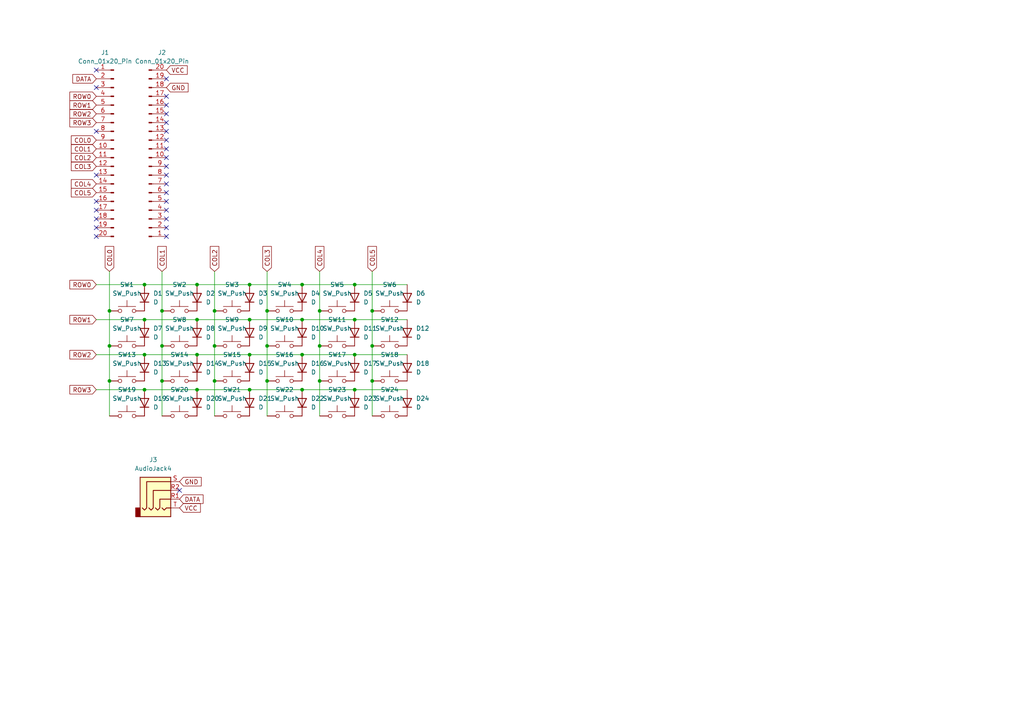
<source format=kicad_sch>
(kicad_sch (version 20230121) (generator eeschema)
  (paper "A4")
  (lib_symbols
    (symbol "Connector:Conn_01x20_Pin" (pin_names (offset 1.016) hide)
      (property "Reference" "J" (at 0 25.4 0))
      (property "Value" "Conn_01x20_Pin" (at 0 -27.94 0))
      (symbol "Conn_01x20_Pin_1_1"
        (polyline (pts (xy 1.27 -25.4) (xy 0.8636 -25.4)) (stroke (width 0.1524)))
        (polyline (pts (xy 1.27 -22.86) (xy 0.8636 -22.86)) (stroke (width 0.1524)))
        (polyline (pts (xy 1.27 -20.32) (xy 0.8636 -20.32)) (stroke (width 0.1524)))
        (polyline (pts (xy 1.27 -17.78) (xy 0.8636 -17.78)) (stroke (width 0.1524)))
        (polyline (pts (xy 1.27 -15.24) (xy 0.8636 -15.24)) (stroke (width 0.1524)))
        (polyline (pts (xy 1.27 -12.7) (xy 0.8636 -12.7)) (stroke (width 0.1524)))
        (polyline (pts (xy 1.27 -10.16) (xy 0.8636 -10.16)) (stroke (width 0.1524)))
        (polyline (pts (xy 1.27 -7.62) (xy 0.8636 -7.62)) (stroke (width 0.1524)))
        (polyline (pts (xy 1.27 -5.08) (xy 0.8636 -5.08)) (stroke (width 0.1524)))
        (polyline (pts (xy 1.27 -2.54) (xy 0.8636 -2.54)) (stroke (width 0.1524)))
        (polyline (pts (xy 1.27 0) (xy 0.8636 0)) (stroke (width 0.1524)))
        (polyline (pts (xy 1.27 2.54) (xy 0.8636 2.54)) (stroke (width 0.1524)))
        (polyline (pts (xy 1.27 5.08) (xy 0.8636 5.08)) (stroke (width 0.1524)))
        (polyline (pts (xy 1.27 7.62) (xy 0.8636 7.62)) (stroke (width 0.1524)))
        (polyline (pts (xy 1.27 10.16) (xy 0.8636 10.16)) (stroke (width 0.1524)))
        (polyline (pts (xy 1.27 12.7) (xy 0.8636 12.7)) (stroke (width 0.1524)))
        (polyline (pts (xy 1.27 15.24) (xy 0.8636 15.24)) (stroke (width 0.1524)))
        (polyline (pts (xy 1.27 17.78) (xy 0.8636 17.78)) (stroke (width 0.1524)))
        (polyline (pts (xy 1.27 20.32) (xy 0.8636 20.32)) (stroke (width 0.1524)))
        (polyline (pts (xy 1.27 22.86) (xy 0.8636 22.86)) (stroke (width 0.1524)))
        (rectangle (start 0.8636 -25.273) (end 0 -25.527) (stroke (width 0.1524)) (fill (type outline)))
        (rectangle (start 0.8636 -22.733) (end 0 -22.987) (stroke (width 0.1524)) (fill (type outline)))
        (rectangle (start 0.8636 -20.193) (end 0 -20.447) (stroke (width 0.1524)) (fill (type outline)))
        (rectangle (start 0.8636 -17.653) (end 0 -17.907) (stroke (width 0.1524)) (fill (type outline)))
        (rectangle (start 0.8636 -15.113) (end 0 -15.367) (stroke (width 0.1524)) (fill (type outline)))
        (rectangle (start 0.8636 -12.573) (end 0 -12.827) (stroke (width 0.1524)) (fill (type outline)))
        (rectangle (start 0.8636 -10.033) (end 0 -10.287) (stroke (width 0.1524)) (fill (type outline)))
        (rectangle (start 0.8636 -7.493) (end 0 -7.747) (stroke (width 0.1524)) (fill (type outline)))
        (rectangle (start 0.8636 -4.953) (end 0 -5.207) (stroke (width 0.1524)) (fill (type outline)))
        (rectangle (start 0.8636 -2.413) (end 0 -2.667) (stroke (width 0.1524)) (fill (type outline)))
        (rectangle (start 0.8636 0.127) (end 0 -0.127) (stroke (width 0.1524)) (fill (type outline)))
        (rectangle (start 0.8636 2.667) (end 0 2.413) (stroke (width 0.1524)) (fill (type outline)))
        (rectangle (start 0.8636 5.207) (end 0 4.953) (stroke (width 0.1524)) (fill (type outline)))
        (rectangle (start 0.8636 7.747) (end 0 7.493) (stroke (width 0.1524)) (fill (type outline)))
        (rectangle (start 0.8636 10.287) (end 0 10.033) (stroke (width 0.1524)) (fill (type outline)))
        (rectangle (start 0.8636 12.827) (end 0 12.573) (stroke (width 0.1524)) (fill (type outline)))
        (rectangle (start 0.8636 15.367) (end 0 15.113) (stroke (width 0.1524)) (fill (type outline)))
        (rectangle (start 0.8636 17.907) (end 0 17.653) (stroke (width 0.1524)) (fill (type outline)))
        (rectangle (start 0.8636 20.447) (end 0 20.193) (stroke (width 0.1524)) (fill (type outline)))
        (rectangle (start 0.8636 22.987) (end 0 22.733) (stroke (width 0.1524)) (fill (type outline)))
        (pin passive line (at 5.08 22.86 180) (length 3.81) (name "Pin_1") (number "1"))
        (pin passive line (at 5.08 0 180) (length 3.81) (name "Pin_10") (number "10"))
        (pin passive line (at 5.08 -2.54 180) (length 3.81) (name "Pin_11") (number "11"))
        (pin passive line (at 5.08 -5.08 180) (length 3.81) (name "Pin_12") (number "12"))
        (pin passive line (at 5.08 -7.62 180) (length 3.81) (name "Pin_13") (number "13"))
        (pin passive line (at 5.08 -10.16 180) (length 3.81) (name "Pin_14") (number "14"))
        (pin passive line (at 5.08 -12.7 180) (length 3.81) (name "Pin_15") (number "15"))
        (pin passive line (at 5.08 -15.24 180) (length 3.81) (name "Pin_16") (number "16"))
        (pin passive line (at 5.08 -17.78 180) (length 3.81) (name "Pin_17") (number "17"))
        (pin passive line (at 5.08 -20.32 180) (length 3.81) (name "Pin_18") (number "18"))
        (pin passive line (at 5.08 -22.86 180) (length 3.81) (name "Pin_19") (number "19"))
        (pin passive line (at 5.08 20.32 180) (length 3.81) (name "Pin_2") (number "2"))
        (pin passive line (at 5.08 -25.4 180) (length 3.81) (name "Pin_20") (number "20"))
        (pin passive line (at 5.08 17.78 180) (length 3.81) (name "Pin_3") (number "3"))
        (pin passive line (at 5.08 15.24 180) (length 3.81) (name "Pin_4") (number "4"))
        (pin passive line (at 5.08 12.7 180) (length 3.81) (name "Pin_5") (number "5"))
        (pin passive line (at 5.08 10.16 180) (length 3.81) (name "Pin_6") (number "6"))
        (pin passive line (at 5.08 7.62 180) (length 3.81) (name "Pin_7") (number "7"))
        (pin passive line (at 5.08 5.08 180) (length 3.81) (name "Pin_8") (number "8"))
        (pin passive line (at 5.08 2.54 180) (length 3.81) (name "Pin_9") (number "9"))
      )
    )
    (symbol "Connector_Audio:AudioJack4"
      (property "Reference" "J" (at 0 8.89 0))
      (property "Value" "AudioJack4" (at 0 6.35 0))
      (symbol "AudioJack4_0_1"
        (rectangle (start -6.35 -5.08) (end -7.62 -7.62) (stroke (width 0.254)) (fill (type outline)))
        (polyline (pts (xy 0 -5.08) (xy 0.635 -5.715) (xy 1.27 -5.08) (xy 2.54 -5.08)) (stroke (width 0.254)))
        (polyline (pts (xy -5.715 -5.08) (xy -5.08 -5.715) (xy -4.445 -5.08) (xy -4.445 2.54) (xy 2.54 2.54)) (stroke (width 0.254)))
        (polyline (pts (xy -1.905 -5.08) (xy -1.27 -5.715) (xy -0.635 -5.08) (xy -0.635 -2.54) (xy 2.54 -2.54)) (stroke (width 0.254)))
        (polyline (pts (xy 2.54 0) (xy -2.54 0) (xy -2.54 -5.08) (xy -3.175 -5.715) (xy -3.81 -5.08)) (stroke (width 0.254)))
        (rectangle (start 2.54 3.81) (end -6.35 -7.62) (stroke (width 0.254)) (fill (type background)))
      )
      (symbol "AudioJack4_1_1"
        (pin passive line (at 5.08 -2.54 180) (length 2.54) (name "~") (number "R1"))
        (pin passive line (at 5.08 0 180) (length 2.54) (name "~") (number "R2"))
        (pin passive line (at 5.08 2.54 180) (length 2.54) (name "~") (number "S"))
        (pin passive line (at 5.08 -5.08 180) (length 2.54) (name "~") (number "T"))
      )
    )
    (symbol "Device:D" (pin_numbers hide) (pin_names (offset 1.016) hide)
      (property "Reference" "D" (at 0 2.54 0))
      (property "Value" "D" (at 0 -2.54 0))
      (symbol "D_0_1"
        (polyline (pts (xy -1.27 1.27) (xy -1.27 -1.27)) (stroke (width 0.254)))
        (polyline (pts (xy 1.27 0) (xy -1.27 0)))
        (polyline (pts (xy 1.27 1.27) (xy 1.27 -1.27) (xy -1.27 0) (xy 1.27 1.27)) (stroke (width 0.254)))
      )
      (symbol "D_1_1"
        (pin passive line (at -3.81 0 0) (length 2.54) (name "K") (number "1"))
        (pin passive line (at 3.81 0 180) (length 2.54) (name "A") (number "2"))
      )
    )
    (symbol "Switch:SW_Push" (pin_numbers hide) (pin_names (offset 1.016) hide)
      (property "Reference" "SW" (at 1.27 2.54 0))
      (property "Value" "SW_Push" (at 0 -1.524 0))
      (symbol "SW_Push_0_1"
        (circle (center -2.032 0) (radius 0.508))
        (polyline (pts (xy 0 1.27) (xy 0 3.048)))
        (polyline (pts (xy 2.54 1.27) (xy -2.54 1.27)))
        (circle (center 2.032 0) (radius 0.508))
        (pin passive line (at -5.08 0 0) (length 2.54) (name "1") (number "1"))
        (pin passive line (at 5.08 0 180) (length 2.54) (name "2") (number "2"))
      )
    )
  )
  (junction (at 77.47 100.33))
  (junction (at 31.75 110.49))
  (junction (at 57.15 102.87))
  (junction (at 92.71 100.33))
  (junction (at 92.71 110.49))
  (junction (at 102.87 102.87))
  (junction (at 77.47 110.49))
  (junction (at 46.99 90.17))
  (junction (at 62.23 100.33))
  (junction (at 102.87 82.55))
  (junction (at 41.91 102.87))
  (junction (at 62.23 110.49))
  (junction (at 72.39 92.71))
  (junction (at 107.95 90.17))
  (junction (at 77.47 90.17))
  (junction (at 41.91 113.03))
  (junction (at 41.91 92.71))
  (junction (at 72.39 82.55))
  (junction (at 87.63 82.55))
  (junction (at 102.87 92.71))
  (junction (at 92.71 90.17))
  (junction (at 46.99 110.49))
  (junction (at 87.63 113.03))
  (junction (at 31.75 90.17))
  (junction (at 62.23 90.17))
  (junction (at 46.99 100.33))
  (junction (at 107.95 110.49))
  (junction (at 57.15 113.03))
  (junction (at 102.87 113.03))
  (junction (at 72.39 102.87))
  (junction (at 41.91 82.55))
  (junction (at 57.15 82.55))
  (junction (at 31.75 100.33))
  (junction (at 107.95 100.33))
  (junction (at 57.15 92.71))
  (junction (at 87.63 102.87))
  (junction (at 72.39 113.03))
  (junction (at 87.63 92.71))
  (no_connect (at 48.26 22.86))
  (no_connect (at 27.94 50.8))
  (no_connect (at 48.26 27.94))
  (no_connect (at 48.26 58.42))
  (no_connect (at 27.94 63.5))
  (no_connect (at 48.26 55.88))
  (no_connect (at 27.94 68.58))
  (no_connect (at 48.26 63.5))
  (no_connect (at 27.94 58.42))
  (no_connect (at 48.26 53.34))
  (no_connect (at 48.26 38.1))
  (no_connect (at 48.26 45.72))
  (no_connect (at 48.26 33.02))
  (no_connect (at 27.94 66.04))
  (no_connect (at 48.26 48.26))
  (no_connect (at 48.26 60.96))
  (no_connect (at 48.26 35.56))
  (no_connect (at 52.07 142.24))
  (no_connect (at 48.26 43.18))
  (no_connect (at 27.94 38.1))
  (no_connect (at 27.94 60.96))
  (no_connect (at 48.26 66.04))
  (no_connect (at 48.26 40.64))
  (no_connect (at 48.26 30.48))
  (no_connect (at 48.26 50.8))
  (no_connect (at 48.26 68.58))
  (no_connect (at 27.94 20.32))
  (no_connect (at 27.94 25.4))
  (wire (pts (xy 92.71 90.17) (xy 92.71 100.33)))
  (wire (pts (xy 92.71 110.49) (xy 92.71 120.65)))
  (wire (pts (xy 87.63 82.55) (xy 102.87 82.55)))
  (wire (pts (xy 57.15 82.55) (xy 72.39 82.55)))
  (wire (pts (xy 102.87 92.71) (xy 118.11 92.71)))
  (wire (pts (xy 72.39 92.71) (xy 87.63 92.71)))
  (wire (pts (xy 41.91 102.87) (xy 57.15 102.87)))
  (wire (pts (xy 87.63 92.71) (xy 102.87 92.71)))
  (wire (pts (xy 77.47 100.33) (xy 77.47 110.49)))
  (wire (pts (xy 72.39 113.03) (xy 87.63 113.03)))
  (wire (pts (xy 87.63 113.03) (xy 102.87 113.03)))
  (wire (pts (xy 57.15 113.03) (xy 72.39 113.03)))
  (wire (pts (xy 31.75 100.33) (xy 31.75 110.49)))
  (wire (pts (xy 31.75 90.17) (xy 31.75 100.33)))
  (wire (pts (xy 62.23 110.49) (xy 62.23 120.65)))
  (wire (pts (xy 31.75 110.49) (xy 31.75 120.65)))
  (wire (pts (xy 41.91 82.55) (xy 57.15 82.55)))
  (wire (pts (xy 46.99 78.74) (xy 46.99 90.17)))
  (wire (pts (xy 102.87 82.55) (xy 118.11 82.55)))
  (wire (pts (xy 41.91 92.71) (xy 57.15 92.71)))
  (wire (pts (xy 27.94 92.71) (xy 41.91 92.71)))
  (wire (pts (xy 62.23 100.33) (xy 62.23 110.49)))
  (wire (pts (xy 57.15 92.71) (xy 72.39 92.71)))
  (wire (pts (xy 92.71 78.74) (xy 92.71 90.17)))
  (wire (pts (xy 27.94 82.55) (xy 41.91 82.55)))
  (wire (pts (xy 77.47 110.49) (xy 77.47 120.65)))
  (wire (pts (xy 77.47 90.17) (xy 77.47 100.33)))
  (wire (pts (xy 102.87 113.03) (xy 118.11 113.03)))
  (wire (pts (xy 62.23 78.74) (xy 62.23 90.17)))
  (wire (pts (xy 41.91 113.03) (xy 57.15 113.03)))
  (wire (pts (xy 107.95 110.49) (xy 107.95 120.65)))
  (wire (pts (xy 107.95 100.33) (xy 107.95 110.49)))
  (wire (pts (xy 57.15 102.87) (xy 72.39 102.87)))
  (wire (pts (xy 92.71 100.33) (xy 92.71 110.49)))
  (wire (pts (xy 46.99 100.33) (xy 46.99 110.49)))
  (wire (pts (xy 27.94 102.87) (xy 41.91 102.87)))
  (wire (pts (xy 27.94 113.03) (xy 41.91 113.03)))
  (wire (pts (xy 107.95 78.74) (xy 107.95 90.17)))
  (wire (pts (xy 72.39 82.55) (xy 87.63 82.55)))
  (wire (pts (xy 107.95 90.17) (xy 107.95 100.33)))
  (wire (pts (xy 31.75 78.74) (xy 31.75 90.17)))
  (wire (pts (xy 102.87 102.87) (xy 118.11 102.87)))
  (wire (pts (xy 46.99 110.49) (xy 46.99 120.65)))
  (wire (pts (xy 62.23 90.17) (xy 62.23 100.33)))
  (wire (pts (xy 46.99 90.17) (xy 46.99 100.33)))
  (wire (pts (xy 87.63 102.87) (xy 102.87 102.87)))
  (wire (pts (xy 77.47 78.74) (xy 77.47 90.17)))
  (wire (pts (xy 72.39 102.87) (xy 87.63 102.87)))
  (global_label "COL0" (shape input) (at 27.94 40.64 180) (property "Intersheetrefs" "${INTERSHEET_REFS}" (effects hide)))
  (global_label "COL2" (shape input) (at 27.94 45.72 180) (property "Intersheetrefs" "${INTERSHEET_REFS}" (effects hide)))
  (global_label "DATA" (shape input) (at 27.94 22.86 180) (property "Intersheetrefs" "${INTERSHEET_REFS}" (effects hide)))
  (global_label "COL3" (shape input) (at 27.94 48.26 180) (property "Intersheetrefs" "${INTERSHEET_REFS}" (effects hide)))
  (global_label "ROW0" (shape input) (at 27.94 82.55 180) (property "Intersheetrefs" "${INTERSHEET_REFS}" (effects hide)))
  (global_label "ROW1" (shape input) (at 27.94 92.71 180) (property "Intersheetrefs" "${INTERSHEET_REFS}" (effects hide)))
  (global_label "GND" (shape input) (at 52.07 139.7 0) (property "Intersheetrefs" "${INTERSHEET_REFS}" (effects hide)))
  (global_label "VCC" (shape input) (at 48.26 20.32 0) (property "Intersheetrefs" "${INTERSHEET_REFS}" (effects hide)))
  (global_label "DATA" (shape input) (at 52.07 144.78 0) (property "Intersheetrefs" "${INTERSHEET_REFS}" (effects hide)))
  (global_label "COL4" (shape input) (at 27.94 53.34 180) (property "Intersheetrefs" "${INTERSHEET_REFS}" (effects hide)))
  (global_label "ROW0" (shape input) (at 27.94 27.94 180) (property "Intersheetrefs" "${INTERSHEET_REFS}" (effects hide)))
  (global_label "ROW3" (shape input) (at 27.94 113.03 180) (property "Intersheetrefs" "${INTERSHEET_REFS}" (effects hide)))
  (global_label "COL1" (shape input) (at 46.99 78.74 90) (property "Intersheetrefs" "${INTERSHEET_REFS}" (effects hide)))
  (global_label "ROW1" (shape input) (at 27.94 30.48 180) (property "Intersheetrefs" "${INTERSHEET_REFS}" (effects hide)))
  (global_label "GND" (shape input) (at 48.26 25.4 0) (property "Intersheetrefs" "${INTERSHEET_REFS}" (effects hide)))
  (global_label "COL5" (shape input) (at 107.95 78.74 90) (property "Intersheetrefs" "${INTERSHEET_REFS}" (effects hide)))
  (global_label "ROW2" (shape input) (at 27.94 33.02 180) (property "Intersheetrefs" "${INTERSHEET_REFS}" (effects hide)))
  (global_label "COL5" (shape input) (at 27.94 55.88 180) (property "Intersheetrefs" "${INTERSHEET_REFS}" (effects hide)))
  (global_label "COL0" (shape input) (at 31.75 78.74 90) (property "Intersheetrefs" "${INTERSHEET_REFS}" (effects hide)))
  (global_label "VCC" (shape input) (at 52.07 147.32 0) (property "Intersheetrefs" "${INTERSHEET_REFS}" (effects hide)))
  (global_label "COL4" (shape input) (at 92.71 78.74 90) (property "Intersheetrefs" "${INTERSHEET_REFS}" (effects hide)))
  (global_label "ROW2" (shape input) (at 27.94 102.87 180) (property "Intersheetrefs" "${INTERSHEET_REFS}" (effects hide)))
  (global_label "COL1" (shape input) (at 27.94 43.18 180) (property "Intersheetrefs" "${INTERSHEET_REFS}" (effects hide)))
  (global_label "COL3" (shape input) (at 77.47 78.74 90) (property "Intersheetrefs" "${INTERSHEET_REFS}" (effects hide)))
  (global_label "ROW3" (shape input) (at 27.94 35.56 180) (property "Intersheetrefs" "${INTERSHEET_REFS}" (effects hide)))
  (global_label "COL2" (shape input) (at 62.23 78.74 90) (property "Intersheetrefs" "${INTERSHEET_REFS}" (effects hide)))
  (symbol (lib_id "Switch:SW_Push") (at 36.83 110.49 0) (unit 1)
    (property "Reference" "SW13" (at 36.83 102.87 0))
    (property "Value" "SW_Push" (at 36.83 105.41 0))
    (property "Footprint" "Button_Switch_Keyboard:SW_Cherry_MX_1.00u_PCB" (effects hide))
  )
  (symbol (lib_id "Device:D") (at 87.63 86.36 90) (unit 1)
    (property "Reference" "D4" (at 90.17 85.09 90) (effects (justify right)))
    (property "Value" "D" (at 90.17 87.63 90) (effects (justify right)))
    (property "Footprint" "Diode_THT:D_DO-34_SOD68_P7.62mm_Horizontal" (effects hide))
    (property "Sim.Device" "D" (effects hide))
    (property "Sim.Pins" "1=K 2=A" (effects hide))
  )
  (symbol (lib_id "Switch:SW_Push") (at 113.03 100.33 0) (unit 1)
    (property "Reference" "SW12" (at 113.03 92.71 0))
    (property "Value" "SW_Push" (at 113.03 95.25 0))
    (property "Footprint" "Button_Switch_Keyboard:SW_Cherry_MX_1.00u_PCB" (effects hide))
  )
  (symbol (lib_id "Device:D") (at 118.11 106.68 90) (unit 1)
    (property "Reference" "D18" (at 120.65 105.41 90) (effects (justify right)))
    (property "Value" "D" (at 120.65 107.95 90) (effects (justify right)))
    (property "Footprint" "Diode_THT:D_DO-34_SOD68_P7.62mm_Horizontal" (effects hide))
    (property "Sim.Device" "D" (effects hide))
    (property "Sim.Pins" "1=K 2=A" (effects hide))
  )
  (symbol (lib_id "Switch:SW_Push") (at 113.03 120.65 0) (unit 1)
    (property "Reference" "SW24" (at 113.03 113.03 0))
    (property "Value" "SW_Push" (at 113.03 115.57 0))
    (property "Footprint" "Button_Switch_Keyboard:SW_Cherry_MX_1.00u_PCB" (effects hide))
  )
  (symbol (lib_id "Switch:SW_Push") (at 36.83 120.65 0) (unit 1)
    (property "Reference" "SW19" (at 36.83 113.03 0))
    (property "Value" "SW_Push" (at 36.83 115.57 0))
    (property "Footprint" "Button_Switch_Keyboard:SW_Cherry_MX_1.00u_PCB" (effects hide))
  )
  (symbol (lib_id "Switch:SW_Push") (at 52.07 100.33 0) (unit 1)
    (property "Reference" "SW8" (at 52.07 92.71 0))
    (property "Value" "SW_Push" (at 52.07 95.25 0))
    (property "Footprint" "Button_Switch_Keyboard:SW_Cherry_MX_1.00u_PCB" (effects hide))
  )
  (symbol (lib_id "Connector:Conn_01x20_Pin") (at 33.02 43.18 0) (mirror y) (unit 1)
    (property "Reference" "J1" (at 30.48 15.24 0))
    (property "Value" "Conn_01x20_Pin" (at 30.48 17.78 0))
    (property "Footprint" "Connector_PinHeader_2.54mm:PinHeader_1x20_P2.54mm_Vertical" (effects hide))
  )
  (symbol (lib_id "Device:D") (at 87.63 106.68 90) (unit 1)
    (property "Reference" "D16" (at 90.17 105.41 90) (effects (justify right)))
    (property "Value" "D" (at 90.17 107.95 90) (effects (justify right)))
    (property "Footprint" "Diode_THT:D_DO-34_SOD68_P7.62mm_Horizontal" (effects hide))
    (property "Sim.Device" "D" (effects hide))
    (property "Sim.Pins" "1=K 2=A" (effects hide))
  )
  (symbol (lib_id "Switch:SW_Push") (at 67.31 100.33 0) (unit 1)
    (property "Reference" "SW9" (at 67.31 92.71 0))
    (property "Value" "SW_Push" (at 67.31 95.25 0))
    (property "Footprint" "Button_Switch_Keyboard:SW_Cherry_MX_1.00u_PCB" (effects hide))
  )
  (symbol (lib_id "Device:D") (at 41.91 96.52 90) (unit 1)
    (property "Reference" "D7" (at 44.45 95.25 90) (effects (justify right)))
    (property "Value" "D" (at 44.45 97.79 90) (effects (justify right)))
    (property "Footprint" "Diode_THT:D_DO-34_SOD68_P7.62mm_Horizontal" (effects hide))
    (property "Sim.Device" "D" (effects hide))
    (property "Sim.Pins" "1=K 2=A" (effects hide))
  )
  (symbol (lib_id "Device:D") (at 118.11 96.52 90) (unit 1)
    (property "Reference" "D12" (at 120.65 95.25 90) (effects (justify right)))
    (property "Value" "D" (at 120.65 97.79 90) (effects (justify right)))
    (property "Footprint" "Diode_THT:D_DO-34_SOD68_P7.62mm_Horizontal" (effects hide))
    (property "Sim.Device" "D" (effects hide))
    (property "Sim.Pins" "1=K 2=A" (effects hide))
  )
  (symbol (lib_id "Device:D") (at 87.63 96.52 90) (unit 1)
    (property "Reference" "D10" (at 90.17 95.25 90) (effects (justify right)))
    (property "Value" "D" (at 90.17 97.79 90) (effects (justify right)))
    (property "Footprint" "Diode_THT:D_DO-34_SOD68_P7.62mm_Horizontal" (effects hide))
    (property "Sim.Device" "D" (effects hide))
    (property "Sim.Pins" "1=K 2=A" (effects hide))
  )
  (symbol (lib_id "Connector:Conn_01x20_Pin") (at 43.18 45.72 0) (mirror x) (unit 1)
    (property "Reference" "J2" (at 46.99 15.24 0))
    (property "Value" "Conn_01x20_Pin" (at 46.99 17.78 0))
    (property "Footprint" "Connector_PinHeader_2.54mm:PinHeader_1x20_P2.54mm_Vertical" (effects hide))
  )
  (symbol (lib_id "Switch:SW_Push") (at 97.79 120.65 0) (unit 1)
    (property "Reference" "SW23" (at 97.79 113.03 0))
    (property "Value" "SW_Push" (at 97.79 115.57 0))
    (property "Footprint" "Button_Switch_Keyboard:SW_Cherry_MX_1.00u_PCB" (effects hide))
  )
  (symbol (lib_id "Switch:SW_Push") (at 82.55 90.17 0) (unit 1)
    (property "Reference" "SW4" (at 82.55 82.55 0))
    (property "Value" "SW_Push" (at 82.55 85.09 0))
    (property "Footprint" "Button_Switch_Keyboard:SW_Cherry_MX_1.00u_PCB" (effects hide))
  )
  (symbol (lib_id "Device:D") (at 102.87 86.36 90) (unit 1)
    (property "Reference" "D5" (at 105.41 85.09 90) (effects (justify right)))
    (property "Value" "D" (at 105.41 87.63 90) (effects (justify right)))
    (property "Footprint" "Diode_THT:D_DO-34_SOD68_P7.62mm_Horizontal" (effects hide))
    (property "Sim.Device" "D" (effects hide))
    (property "Sim.Pins" "1=K 2=A" (effects hide))
  )
  (symbol (lib_id "Device:D") (at 102.87 106.68 90) (unit 1)
    (property "Reference" "D17" (at 105.41 105.41 90) (effects (justify right)))
    (property "Value" "D" (at 105.41 107.95 90) (effects (justify right)))
    (property "Footprint" "Diode_THT:D_DO-34_SOD68_P7.62mm_Horizontal" (effects hide))
    (property "Sim.Device" "D" (effects hide))
    (property "Sim.Pins" "1=K 2=A" (effects hide))
  )
  (symbol (lib_id "Switch:SW_Push") (at 82.55 110.49 0) (unit 1)
    (property "Reference" "SW16" (at 82.55 102.87 0))
    (property "Value" "SW_Push" (at 82.55 105.41 0))
    (property "Footprint" "Button_Switch_Keyboard:SW_Cherry_MX_1.00u_PCB" (effects hide))
  )
  (symbol (lib_id "Switch:SW_Push") (at 113.03 110.49 0) (unit 1)
    (property "Reference" "SW18" (at 113.03 102.87 0))
    (property "Value" "SW_Push" (at 113.03 105.41 0))
    (property "Footprint" "Button_Switch_Keyboard:SW_Cherry_MX_1.00u_PCB" (effects hide))
  )
  (symbol (lib_id "Switch:SW_Push") (at 67.31 90.17 0) (unit 1)
    (property "Reference" "SW3" (at 67.31 82.55 0))
    (property "Value" "SW_Push" (at 67.31 85.09 0))
    (property "Footprint" "Button_Switch_Keyboard:SW_Cherry_MX_1.00u_PCB" (effects hide))
  )
  (symbol (lib_id "Device:D") (at 41.91 86.36 90) (unit 1)
    (property "Reference" "D1" (at 44.45 85.09 90) (effects (justify right)))
    (property "Value" "D" (at 44.45 87.63 90) (effects (justify right)))
    (property "Footprint" "Diode_THT:D_DO-34_SOD68_P7.62mm_Horizontal" (effects hide))
    (property "Sim.Device" "D" (effects hide))
    (property "Sim.Pins" "1=K 2=A" (effects hide))
  )
  (symbol (lib_id "Device:D") (at 41.91 116.84 90) (unit 1)
    (property "Reference" "D19" (at 44.45 115.57 90) (effects (justify right)))
    (property "Value" "D" (at 44.45 118.11 90) (effects (justify right)))
    (property "Footprint" "Diode_THT:D_DO-34_SOD68_P7.62mm_Horizontal" (effects hide))
    (property "Sim.Device" "D" (effects hide))
    (property "Sim.Pins" "1=K 2=A" (effects hide))
  )
  (symbol (lib_id "Switch:SW_Push") (at 52.07 110.49 0) (unit 1)
    (property "Reference" "SW14" (at 52.07 102.87 0))
    (property "Value" "SW_Push" (at 52.07 105.41 0))
    (property "Footprint" "Button_Switch_Keyboard:SW_Cherry_MX_1.00u_PCB" (effects hide))
  )
  (symbol (lib_id "Device:D") (at 41.91 106.68 90) (unit 1)
    (property "Reference" "D13" (at 44.45 105.41 90) (effects (justify right)))
    (property "Value" "D" (at 44.45 107.95 90) (effects (justify right)))
    (property "Footprint" "Diode_THT:D_DO-34_SOD68_P7.62mm_Horizontal" (effects hide))
    (property "Sim.Device" "D" (effects hide))
    (property "Sim.Pins" "1=K 2=A" (effects hide))
  )
  (symbol (lib_id "Switch:SW_Push") (at 36.83 90.17 0) (unit 1)
    (property "Reference" "SW1" (at 36.83 82.55 0))
    (property "Value" "SW_Push" (at 36.83 85.09 0))
    (property "Footprint" "Button_Switch_Keyboard:SW_Cherry_MX_1.00u_PCB" (effects hide))
  )
  (symbol (lib_id "Switch:SW_Push") (at 67.31 120.65 0) (unit 1)
    (property "Reference" "SW21" (at 67.31 113.03 0))
    (property "Value" "SW_Push" (at 67.31 115.57 0))
    (property "Footprint" "Button_Switch_Keyboard:SW_Cherry_MX_1.00u_PCB" (effects hide))
  )
  (symbol (lib_id "Switch:SW_Push") (at 67.31 110.49 0) (unit 1)
    (property "Reference" "SW15" (at 67.31 102.87 0))
    (property "Value" "SW_Push" (at 67.31 105.41 0))
    (property "Footprint" "Button_Switch_Keyboard:SW_Cherry_MX_1.00u_PCB" (effects hide))
  )
  (symbol (lib_id "Device:D") (at 72.39 106.68 90) (unit 1)
    (property "Reference" "D15" (at 74.93 105.41 90) (effects (justify right)))
    (property "Value" "D" (at 74.93 107.95 90) (effects (justify right)))
    (property "Footprint" "Diode_THT:D_DO-34_SOD68_P7.62mm_Horizontal" (effects hide))
    (property "Sim.Device" "D" (effects hide))
    (property "Sim.Pins" "1=K 2=A" (effects hide))
  )
  (symbol (lib_id "Device:D") (at 102.87 96.52 90) (unit 1)
    (property "Reference" "D11" (at 105.41 95.25 90) (effects (justify right)))
    (property "Value" "D" (at 105.41 97.79 90) (effects (justify right)))
    (property "Footprint" "Diode_THT:D_DO-34_SOD68_P7.62mm_Horizontal" (effects hide))
    (property "Sim.Device" "D" (effects hide))
    (property "Sim.Pins" "1=K 2=A" (effects hide))
  )
  (symbol (lib_id "Switch:SW_Push") (at 82.55 100.33 0) (unit 1)
    (property "Reference" "SW10" (at 82.55 92.71 0))
    (property "Value" "SW_Push" (at 82.55 95.25 0))
    (property "Footprint" "Button_Switch_Keyboard:SW_Cherry_MX_1.00u_PCB" (effects hide))
  )
  (symbol (lib_id "Connector_Audio:AudioJack4") (at 46.99 142.24 0) (unit 1)
    (property "Reference" "J3" (at 44.45 133.35 0))
    (property "Value" "AudioJack4" (at 44.45 135.89 0))
    (property "Footprint" "Connector_Audio:Jack_3.5mm_PJ320E_Horizontal" (effects hide))
  )
  (symbol (lib_id "Device:D") (at 72.39 116.84 90) (unit 1)
    (property "Reference" "D21" (at 74.93 115.57 90) (effects (justify right)))
    (property "Value" "D" (at 74.93 118.11 90) (effects (justify right)))
    (property "Footprint" "Diode_THT:D_DO-34_SOD68_P7.62mm_Horizontal" (effects hide))
    (property "Sim.Device" "D" (effects hide))
    (property "Sim.Pins" "1=K 2=A" (effects hide))
  )
  (symbol (lib_id "Switch:SW_Push") (at 113.03 90.17 0) (unit 1)
    (property "Reference" "SW6" (at 113.03 82.55 0))
    (property "Value" "SW_Push" (at 113.03 85.09 0))
    (property "Footprint" "Button_Switch_Keyboard:SW_Cherry_MX_1.00u_PCB" (effects hide))
  )
  (symbol (lib_id "Device:D") (at 57.15 96.52 90) (unit 1)
    (property "Reference" "D8" (at 59.69 95.25 90) (effects (justify right)))
    (property "Value" "D" (at 59.69 97.79 90) (effects (justify right)))
    (property "Footprint" "Diode_THT:D_DO-34_SOD68_P7.62mm_Horizontal" (effects hide))
    (property "Sim.Device" "D" (effects hide))
    (property "Sim.Pins" "1=K 2=A" (effects hide))
  )
  (symbol (lib_id "Switch:SW_Push") (at 97.79 90.17 0) (unit 1)
    (property "Reference" "SW5" (at 97.79 82.55 0))
    (property "Value" "SW_Push" (at 97.79 85.09 0))
    (property "Footprint" "Button_Switch_Keyboard:SW_Cherry_MX_1.00u_PCB" (effects hide))
  )
  (symbol (lib_id "Switch:SW_Push") (at 82.55 120.65 0) (unit 1)
    (property "Reference" "SW22" (at 82.55 113.03 0))
    (property "Value" "SW_Push" (at 82.55 115.57 0))
    (property "Footprint" "Button_Switch_Keyboard:SW_Cherry_MX_1.00u_PCB" (effects hide))
  )
  (symbol (lib_id "Device:D") (at 57.15 116.84 90) (unit 1)
    (property "Reference" "D20" (at 59.69 115.57 90) (effects (justify right)))
    (property "Value" "D" (at 59.69 118.11 90) (effects (justify right)))
    (property "Footprint" "Diode_THT:D_DO-34_SOD68_P7.62mm_Horizontal" (effects hide))
    (property "Sim.Device" "D" (effects hide))
    (property "Sim.Pins" "1=K 2=A" (effects hide))
  )
  (symbol (lib_id "Device:D") (at 57.15 106.68 90) (unit 1)
    (property "Reference" "D14" (at 59.69 105.41 90) (effects (justify right)))
    (property "Value" "D" (at 59.69 107.95 90) (effects (justify right)))
    (property "Footprint" "Diode_THT:D_DO-34_SOD68_P7.62mm_Horizontal" (effects hide))
    (property "Sim.Device" "D" (effects hide))
    (property "Sim.Pins" "1=K 2=A" (effects hide))
  )
  (symbol (lib_id "Device:D") (at 87.63 116.84 90) (unit 1)
    (property "Reference" "D22" (at 90.17 115.57 90) (effects (justify right)))
    (property "Value" "D" (at 90.17 118.11 90) (effects (justify right)))
    (property "Footprint" "Diode_THT:D_DO-34_SOD68_P7.62mm_Horizontal" (effects hide))
    (property "Sim.Device" "D" (effects hide))
    (property "Sim.Pins" "1=K 2=A" (effects hide))
  )
  (symbol (lib_id "Switch:SW_Push") (at 97.79 110.49 0) (unit 1)
    (property "Reference" "SW17" (at 97.79 102.87 0))
    (property "Value" "SW_Push" (at 97.79 105.41 0))
    (property "Footprint" "Button_Switch_Keyboard:SW_Cherry_MX_1.00u_PCB" (effects hide))
  )
  (symbol (lib_id "Device:D") (at 118.11 116.84 90) (unit 1)
    (property "Reference" "D24" (at 120.65 115.57 90) (effects (justify right)))
    (property "Value" "D" (at 120.65 118.11 90) (effects (justify right)))
    (property "Footprint" "Diode_THT:D_DO-34_SOD68_P7.62mm_Horizontal" (effects hide))
    (property "Sim.Device" "D" (effects hide))
    (property "Sim.Pins" "1=K 2=A" (effects hide))
  )
  (symbol (lib_id "Switch:SW_Push") (at 52.07 90.17 0) (unit 1)
    (property "Reference" "SW2" (at 52.07 82.55 0))
    (property "Value" "SW_Push" (at 52.07 85.09 0))
    (property "Footprint" "Button_Switch_Keyboard:SW_Cherry_MX_1.00u_PCB" (effects hide))
  )
  (symbol (lib_id "Switch:SW_Push") (at 36.83 100.33 0) (unit 1)
    (property "Reference" "SW7" (at 36.83 92.71 0))
    (property "Value" "SW_Push" (at 36.83 95.25 0))
    (property "Footprint" "Button_Switch_Keyboard:SW_Cherry_MX_1.00u_PCB" (effects hide))
  )
  (symbol (lib_id "Device:D") (at 118.11 86.36 90) (unit 1)
    (property "Reference" "D6" (at 120.65 85.09 90) (effects (justify right)))
    (property "Value" "D" (at 120.65 87.63 90) (effects (justify right)))
    (property "Footprint" "Diode_THT:D_DO-34_SOD68_P7.62mm_Horizontal" (effects hide))
    (property "Sim.Device" "D" (effects hide))
    (property "Sim.Pins" "1=K 2=A" (effects hide))
  )
  (symbol (lib_id "Device:D") (at 102.87 116.84 90) (unit 1)
    (property "Reference" "D23" (at 105.41 115.57 90) (effects (justify right)))
    (property "Value" "D" (at 105.41 118.11 90) (effects (justify right)))
    (property "Footprint" "Diode_THT:D_DO-34_SOD68_P7.62mm_Horizontal" (effects hide))
    (property "Sim.Device" "D" (effects hide))
    (property "Sim.Pins" "1=K 2=A" (effects hide))
  )
  (symbol (lib_id "Switch:SW_Push") (at 97.79 100.33 0) (unit 1)
    (property "Reference" "SW11" (at 97.79 92.71 0))
    (property "Value" "SW_Push" (at 97.79 95.25 0))
    (property "Footprint" "Button_Switch_Keyboard:SW_Cherry_MX_1.00u_PCB" (effects hide))
  )
  (symbol (lib_id "Device:D") (at 57.15 86.36 90) (unit 1)
    (property "Reference" "D2" (at 59.69 85.09 90) (effects (justify right)))
    (property "Value" "D" (at 59.69 87.63 90) (effects (justify right)))
    (property "Footprint" "Diode_THT:D_DO-34_SOD68_P7.62mm_Horizontal" (effects hide))
    (property "Sim.Device" "D" (effects hide))
    (property "Sim.Pins" "1=K 2=A" (effects hide))
  )
  (symbol (lib_id "Switch:SW_Push") (at 52.07 120.65 0) (unit 1)
    (property "Reference" "SW20" (at 52.07 113.03 0))
    (property "Value" "SW_Push" (at 52.07 115.57 0))
    (property "Footprint" "Button_Switch_Keyboard:SW_Cherry_MX_1.00u_PCB" (effects hide))
  )
  (symbol (lib_id "Device:D") (at 72.39 96.52 90) (unit 1)
    (property "Reference" "D9" (at 74.93 95.25 90) (effects (justify right)))
    (property "Value" "D" (at 74.93 97.79 90) (effects (justify right)))
    (property "Footprint" "Diode_THT:D_DO-34_SOD68_P7.62mm_Horizontal" (effects hide))
    (property "Sim.Device" "D" (effects hide))
    (property "Sim.Pins" "1=K 2=A" (effects hide))
  )
  (symbol (lib_id "Device:D") (at 72.39 86.36 90) (unit 1)
    (property "Reference" "D3" (at 74.93 85.09 90) (effects (justify right)))
    (property "Value" "D" (at 74.93 87.63 90) (effects (justify right)))
    (property "Footprint" "Diode_THT:D_DO-34_SOD68_P7.62mm_Horizontal" (effects hide))
    (property "Sim.Device" "D" (effects hide))
    (property "Sim.Pins" "1=K 2=A" (effects hide))
  )
)
</source>
